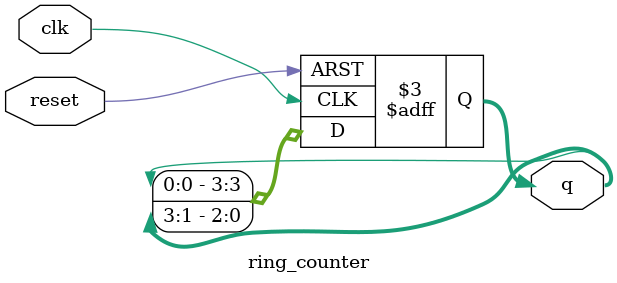
<source format=v>
module ring_counter(clk,reset,q
    );
	 input clk,reset;
	 output reg [3:0] q;
	 
	 always @(posedge clk,negedge reset)begin
			if (!reset)
				q <= 4'b1000;
			else
				q <= {q[0],q[3:1]} ;
	 end

endmodule

</source>
